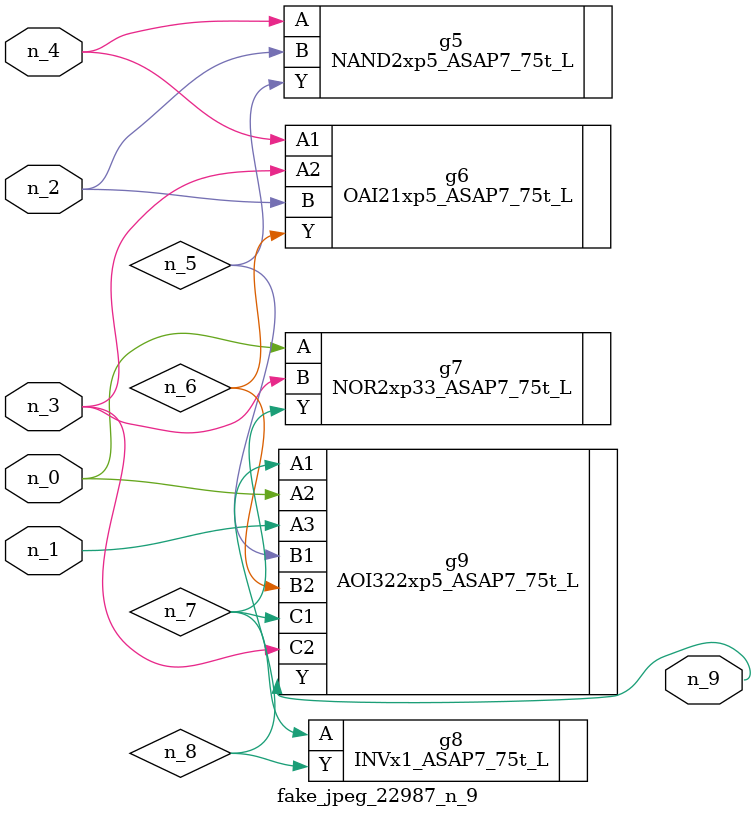
<source format=v>
module fake_jpeg_22987_n_9 (n_3, n_2, n_1, n_0, n_4, n_9);

input n_3;
input n_2;
input n_1;
input n_0;
input n_4;

output n_9;

wire n_8;
wire n_6;
wire n_5;
wire n_7;

NAND2xp5_ASAP7_75t_L g5 ( 
.A(n_4),
.B(n_2),
.Y(n_5)
);

OAI21xp5_ASAP7_75t_L g6 ( 
.A1(n_4),
.A2(n_3),
.B(n_2),
.Y(n_6)
);

NOR2xp33_ASAP7_75t_L g7 ( 
.A(n_0),
.B(n_3),
.Y(n_7)
);

INVx1_ASAP7_75t_L g8 ( 
.A(n_7),
.Y(n_8)
);

AOI322xp5_ASAP7_75t_L g9 ( 
.A1(n_8),
.A2(n_0),
.A3(n_1),
.B1(n_5),
.B2(n_6),
.C1(n_7),
.C2(n_3),
.Y(n_9)
);


endmodule
</source>
